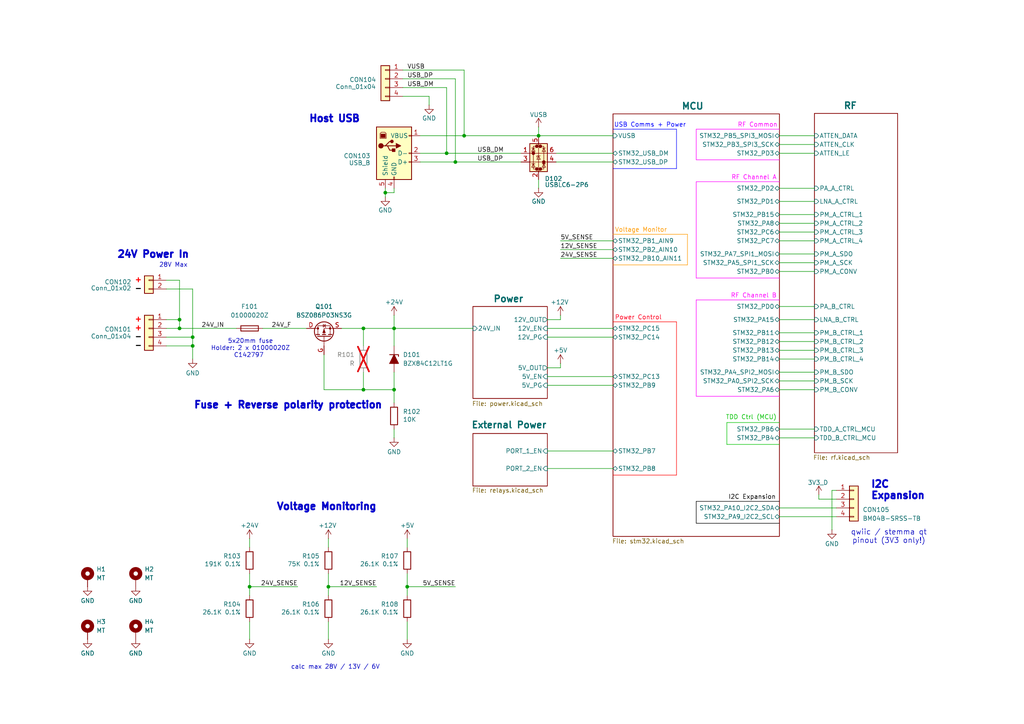
<source format=kicad_sch>
(kicad_sch (version 20231120) (generator "eeschema") (generator_version "8.0")
  (paper "A4")
  (title_block (title "RFE") (date "2024-06-01") (rev "A1") (company "LibreCellular Project - https://librecellular.org/") (comment 1 "Drawn: OK") (comment 2 "Checked: x"))
  (lib_symbols
    (symbol "Connector:USB_B" (pin_names (offset 1.016))
      (property "Reference" "J103" (at -6.858 -0.762 0))
      (property "Value" "USB_B" (at -6.858 -2.794 0))
      (symbol "USB_B_0_1"
        (rectangle (start -5.08 7.62) (end 5.08 -7.62) (stroke (width 0.254)) (fill (type background)))
        (circle (center -3.81 2.159) (radius 0.635) (stroke (width 0.254)) (fill (type outline)))
        (rectangle (start -3.81 5.588) (end -2.54 4.572) (fill (type outline)))
        (circle (center -0.635 3.429) (radius 0.381) (stroke (width 0.254)) (fill (type outline)))
        (rectangle (start -0.127 -7.62) (end 0.127 -6.858))
        (polyline (pts (xy -1.905 2.159) (xy 0.635 2.159)) (stroke (width 0.254)))
        (polyline (pts (xy -3.175 2.159) (xy -2.54 2.159) (xy -1.27 3.429) (xy -0.635 3.429)) (stroke (width 0.254)))
        (polyline (pts (xy -2.54 2.159) (xy -1.905 2.159) (xy -1.27 0.889) (xy 0 0.889)) (stroke (width 0.254)))
        (polyline (pts (xy 0.635 2.794) (xy 0.635 1.524) (xy 1.905 2.159) (xy 0.635 2.794)) (stroke (width 0.254)) (fill (type outline)))
        (polyline (pts (xy -4.064 4.318) (xy -2.286 4.318) (xy -2.286 5.715) (xy -2.667 6.096) (xy -3.683 6.096) (xy -4.064 5.715) (xy -4.064 4.318)))
        (rectangle (start 0.254 1.27) (end -0.508 0.508) (stroke (width 0.254)) (fill (type outline)))
        (rectangle (start 5.08 -2.667) (end 4.318 -2.413))
        (rectangle (start 5.08 -0.127) (end 4.318 0.127))
        (rectangle (start 5.08 4.953) (end 4.318 5.207))
      )
      (symbol "USB_B_1_1"
        (pin power_out line (at 7.62 5.08 180) (length 2.54) (name "VBUS") (number "1"))
        (pin bidirectional line (at 7.62 0 180) (length 2.54) (name "D-") (number "2"))
        (pin bidirectional line (at 7.62 -2.54 180) (length 2.54) (name "D+") (number "3"))
        (pin power_out line (at 0 -10.16 90) (length 2.54) (name "GND") (number "4"))
        (pin passive line (at -2.54 -10.16 90) (length 2.54) (name "Shield") (number "5"))
      )
    )
    (symbol "Connector_Generic:Conn_01x02" (pin_names (offset 1.016) hide)
      (property "Reference" "J" (at 0 2.54 0))
      (property "Value" "Conn_01x02" (at 0 -5.08 0))
      (symbol "Conn_01x02_1_1"
        (rectangle (start -1.27 -2.413) (end 0 -2.667) (stroke (width 0.1524)))
        (rectangle (start -1.27 0.127) (end 0 -0.127) (stroke (width 0.1524)))
        (rectangle (start -1.27 1.27) (end 1.27 -3.81) (stroke (width 0.254)) (fill (type background)))
        (pin passive line (at -5.08 0 0) (length 3.81) (name "Pin_1") (number "1"))
        (pin passive line (at -5.08 -2.54 0) (length 3.81) (name "Pin_2") (number "2"))
      )
    )
    (symbol "Connector_Generic:Conn_01x04" (pin_names (offset 1.016) hide)
      (property "Reference" "J" (at 0 5.08 0))
      (property "Value" "Conn_01x04" (at 0 -7.62 0))
      (symbol "Conn_01x04_1_1"
        (rectangle (start -1.27 -4.953) (end 0 -5.207) (stroke (width 0.1524)))
        (rectangle (start -1.27 -2.413) (end 0 -2.667) (stroke (width 0.1524)))
        (rectangle (start -1.27 0.127) (end 0 -0.127) (stroke (width 0.1524)))
        (rectangle (start -1.27 2.667) (end 0 2.413) (stroke (width 0.1524)))
        (rectangle (start -1.27 3.81) (end 1.27 -6.35) (stroke (width 0.254)) (fill (type background)))
        (pin passive line (at -5.08 2.54 0) (length 3.81) (name "Pin_1") (number "1"))
        (pin passive line (at -5.08 0 0) (length 3.81) (name "Pin_2") (number "2"))
        (pin passive line (at -5.08 -2.54 0) (length 3.81) (name "Pin_3") (number "3"))
        (pin passive line (at -5.08 -5.08 0) (length 3.81) (name "Pin_4") (number "4"))
      )
    )
    (symbol "Device:D_Zener_Filled" (pin_numbers hide) (pin_names (offset 1.016) hide)
      (property "Reference" "D101" (at -1.2701 2.54 90))
      (property "Value" "BZX84C12LT1G" (at 1.2699 2.54 90))
      (symbol "D_Zener_Filled_0_1"
        (polyline (pts (xy 1.27 0) (xy -1.27 0)))
        (polyline (pts (xy -1.27 -1.27) (xy -1.27 1.27) (xy -0.762 1.27)) (stroke (width 0.254)))
        (polyline (pts (xy 1.27 -1.27) (xy 1.27 1.27) (xy -1.27 0) (xy 1.27 -1.27)) (stroke (width 0.254)) (fill (type outline)))
      )
      (symbol "D_Zener_Filled_1_1"
        (pin passive line (at 3.81 0 180) (length 2.54) (name "A") (number "1"))
        (pin passive line (at -3.81 0 0) (length 2.54) (name "K") (number "3"))
      )
    )
    (symbol "Device:Fuse" (pin_numbers hide) (pin_names (offset 0))
      (property "Reference" "F" (at 2.032 0 90))
      (property "Value" "Fuse" (at -1.905 0 90))
      (symbol "Fuse_0_1"
        (rectangle (start -0.762 -2.54) (end 0.762 2.54) (stroke (width 0.254)))
        (polyline (pts (xy 0 2.54) (xy 0 -2.54)))
      )
      (symbol "Fuse_1_1"
        (pin passive line (at 0 3.81 270) (length 1.27) (name "~") (number "1"))
        (pin passive line (at 0 -3.81 90) (length 1.27) (name "~") (number "2"))
      )
    )
    (symbol "Device:Q_PMOS_DGS" (pin_names (offset 0) hide)
      (property "Reference" "Q101" (at 8.89 0 90))
      (property "Value" "BSZ086P03NS3G" (at 6.35 0 90))
      (symbol "Q_PMOS_DGS_0_1"
        (polyline (pts (xy 0.254 0) (xy -2.54 0)))
        (polyline (pts (xy 0.254 1.905) (xy 0.254 -1.905)) (stroke (width 0.254)))
        (polyline (pts (xy 0.762 -1.27) (xy 0.762 -2.286)) (stroke (width 0.254)))
        (polyline (pts (xy 0.762 0.508) (xy 0.762 -0.508)) (stroke (width 0.254)))
        (polyline (pts (xy 0.762 2.286) (xy 0.762 1.27)) (stroke (width 0.254)))
        (polyline (pts (xy 2.54 2.54) (xy 2.54 1.778)))
        (polyline (pts (xy 2.54 -2.54) (xy 2.54 0) (xy 0.762 0)))
        (polyline (pts (xy 0.762 1.778) (xy 3.302 1.778) (xy 3.302 -1.778) (xy 0.762 -1.778)))
        (polyline (pts (xy 2.286 0) (xy 1.27 0.381) (xy 1.27 -0.381) (xy 2.286 0)) (fill (type outline)))
        (polyline (pts (xy 2.794 -0.508) (xy 2.921 -0.381) (xy 3.683 -0.381) (xy 3.81 -0.254)))
        (polyline (pts (xy 3.302 -0.381) (xy 2.921 0.254) (xy 3.683 0.254) (xy 3.302 -0.381)))
        (circle (center 1.651 0) (radius 2.794) (stroke (width 0.254)))
        (circle (center 2.54 -1.778) (radius 0.254) (fill (type outline)))
        (circle (center 2.54 1.778) (radius 0.254) (fill (type outline)))
      )
      (symbol "Q_PMOS_DGS_1_1"
        (pin passive line (at 2.54 5.08 270) (length 2.54) (name "D") (number "D"))
        (pin input line (at -5.08 0 0) (length 2.54) (name "G") (number "G"))
        (pin passive line (at 2.54 -5.08 90) (length 2.54) (name "S") (number "S"))
      )
    )
    (symbol "Device:R" (pin_numbers hide) (pin_names (offset 0))
      (property "Reference" "R" (at 2.032 0 90))
      (property "Value" "R" (at 0 0 90))
      (symbol "R_0_1"
        (rectangle (start -1.016 -2.54) (end 1.016 2.54) (stroke (width 0.254)))
      )
      (symbol "R_1_1"
        (pin passive line (at 0 3.81 270) (length 1.27) (name "~") (number "1"))
        (pin passive line (at 0 -3.81 90) (length 1.27) (name "~") (number "2"))
      )
    )
    (symbol "Mechanical:MountingHole_Pad" (pin_numbers hide) (pin_names (offset 1.016) hide) (exclude_from_sim yes) (in_bom no)
      (property "Reference" "H" (at 0 6.35 0))
      (property "Value" "MountingHole_Pad" (at 0 4.445 0))
      (symbol "MountingHole_Pad_0_1"
        (circle (center 0 1.27) (radius 1.27) (stroke (width 1.27)))
      )
      (symbol "MountingHole_Pad_1_1"
        (pin input line (at 0 -2.54 90) (length 2.54) (name "1") (number "1"))
      )
    )
    (symbol "Power_Protection:USBLC6-2P6" (pin_names hide)
      (property "Reference" "U" (at 0.635 5.715 0))
      (property "Value" "USBLC6-2P6" (at 0.635 3.81 0))
      (symbol "USBLC6-2P6_0_0"
        (circle (center -1.524 0) (radius 0.0001) (stroke (width 0.508)))
        (circle (center -0.508 -4.572) (radius 0.0001) (stroke (width 0.508)))
        (circle (center -0.508 2.032) (radius 0.0001) (stroke (width 0.508)))
        (circle (center 0.508 -4.572) (radius 0.0001) (stroke (width 0.508)))
        (circle (center 0.508 2.032) (radius 0.0001) (stroke (width 0.508)))
        (circle (center 1.524 -2.54) (radius 0.0001) (stroke (width 0.508)))
      )
      (symbol "USBLC6-2P6_0_1"
        (polyline (pts (xy -2.54 -2.54) (xy 2.54 -2.54)))
        (polyline (pts (xy -2.54 0) (xy 2.54 0)))
        (polyline (pts (xy -2.032 -3.048) (xy -1.016 -3.048)))
        (polyline (pts (xy -1.016 1.524) (xy -2.032 1.524)))
        (polyline (pts (xy 1.016 -3.048) (xy 2.032 -3.048)))
        (polyline (pts (xy 1.016 1.524) (xy 2.032 1.524)))
        (polyline (pts (xy -0.508 -1.143) (xy -0.508 -0.762) (xy 0.508 -0.762)))
        (polyline (pts (xy -2.032 0.508) (xy -1.016 0.508) (xy -1.524 1.524) (xy -2.032 0.508)))
        (polyline (pts (xy -1.016 -4.064) (xy -2.032 -4.064) (xy -1.524 -3.048) (xy -1.016 -4.064)))
        (polyline (pts (xy 0.508 -1.778) (xy -0.508 -1.778) (xy 0 -0.762) (xy 0.508 -1.778)))
        (polyline (pts (xy 2.032 -4.064) (xy 1.016 -4.064) (xy 1.524 -3.048) (xy 2.032 -4.064)))
        (polyline (pts (xy 2.032 0.508) (xy 1.016 0.508) (xy 1.524 1.524) (xy 2.032 0.508)))
        (polyline (pts (xy 0 2.54) (xy -0.508 2.032) (xy 0.508 2.032) (xy 0 1.524) (xy 0 -4.064) (xy -0.508 -4.572) (xy 0.508 -4.572) (xy 0 -5.08)))
      )
      (symbol "USBLC6-2P6_1_1"
        (rectangle (start -2.54 2.794) (end 2.54 -5.334) (stroke (width 0.254)) (fill (type background)))
        (polyline (pts (xy -0.508 2.032) (xy -1.524 2.032) (xy -1.524 -4.572) (xy -0.508 -4.572)))
        (polyline (pts (xy 0.508 -4.572) (xy 1.524 -4.572) (xy 1.524 2.032) (xy 0.508 2.032)))
        (pin passive line (at -5.08 0 0) (length 2.54) (name "I/O1") (number "1"))
        (pin passive line (at 0 -7.62 90) (length 2.54) (name "GND") (number "2"))
        (pin passive line (at -5.08 -2.54 0) (length 2.54) (name "I/O2") (number "3"))
        (pin passive line (at 5.08 -2.54 180) (length 2.54) (name "I/O2") (number "4"))
        (pin passive line (at 0 5.08 270) (length 2.54) (name "VBUS") (number "5"))
        (pin passive line (at 5.08 0 180) (length 2.54) (name "I/O1") (number "6"))
      )
    )
    (symbol "power:+12V" (power) (pin_numbers hide) (pin_names (offset 0) hide)
      (property "Value" "+12V" (at 0 3.556 0))
      (symbol "+12V_0_1"
        (polyline (pts (xy -0.762 1.27) (xy 0 2.54)))
        (polyline (pts (xy 0 0) (xy 0 2.54)))
        (polyline (pts (xy 0 2.54) (xy 0.762 1.27)))
      )
      (symbol "+12V_1_1"
        (pin power_in line (at 0 0 90) (length 0) (name "~") (number "1"))
      )
    )
    (symbol "power:+24V" (power) (pin_numbers hide) (pin_names (offset 0) hide)
      (property "Value" "+24V" (at 0 3.556 0))
      (symbol "+24V_0_1"
        (polyline (pts (xy -0.762 1.27) (xy 0 2.54)))
        (polyline (pts (xy 0 0) (xy 0 2.54)))
        (polyline (pts (xy 0 2.54) (xy 0.762 1.27)))
      )
      (symbol "+24V_1_1"
        (pin power_in line (at 0 0 90) (length 0) (name "~") (number "1"))
      )
    )
    (symbol "power:+3V3" (power) (pin_numbers hide) (pin_names (offset 0) hide)
      (property "Value" "+3V3" (at 0 3.556 0))
      (symbol "+3V3_0_1"
        (polyline (pts (xy -0.762 1.27) (xy 0 2.54)))
        (polyline (pts (xy 0 0) (xy 0 2.54)))
        (polyline (pts (xy 0 2.54) (xy 0.762 1.27)))
      )
      (symbol "+3V3_1_1"
        (pin power_in line (at 0 0 90) (length 0) (name "~") (number "1"))
      )
    )
    (symbol "power:+5V" (power) (pin_numbers hide) (pin_names (offset 0) hide)
      (property "Value" "+5V" (at 0 3.556 0))
      (symbol "+5V_0_1"
        (polyline (pts (xy -0.762 1.27) (xy 0 2.54)))
        (polyline (pts (xy 0 0) (xy 0 2.54)))
        (polyline (pts (xy 0 2.54) (xy 0.762 1.27)))
      )
      (symbol "+5V_1_1"
        (pin power_in line (at 0 0 90) (length 0) (name "~") (number "1"))
      )
    )
    (symbol "power:GND" (power) (pin_numbers hide) (pin_names (offset 0) hide)
      (property "Value" "GND" (at 0 -3.81 0))
      (symbol "GND_0_1"
        (polyline (pts (xy 0 0) (xy 0 -1.27) (xy 1.27 -1.27) (xy 0 -2.54) (xy -1.27 -1.27) (xy 0 -1.27)))
      )
      (symbol "GND_1_1"
        (pin power_in line (at 0 0 270) (length 0) (name "~") (number "1"))
      )
    )
    (symbol "power:VBUS" (power) (pin_numbers hide) (pin_names (offset 0) hide)
      (property "Value" "VBUS" (at 0 3.556 0))
      (symbol "VBUS_0_1"
        (polyline (pts (xy -0.762 1.27) (xy 0 2.54)))
        (polyline (pts (xy 0 0) (xy 0 2.54)))
        (polyline (pts (xy 0 2.54) (xy 0.762 1.27)))
      )
      (symbol "VBUS_1_1"
        (pin power_in line (at 0 0 90) (length 0) (name "~") (number "1"))
      )
    )
  )
  (junction (at 52.07 92.71))
  (junction (at 52.07 95.25))
  (junction (at 156.21 39.37))
  (junction (at 134.62 39.37))
  (junction (at 114.3 113.03))
  (junction (at 118.11 170.18))
  (junction (at 105.41 113.03))
  (junction (at 55.88 100.33))
  (junction (at 111.76 55.88))
  (junction (at 129.54 44.45))
  (junction (at 132.08 46.99))
  (junction (at 114.3 95.25))
  (junction (at 72.39 170.18))
  (junction (at 105.41 95.25))
  (junction (at 55.88 97.79))
  (junction (at 95.25 170.18))
  (wire (pts (xy 116.84 25.4) (xy 129.54 25.4)))
  (polyline (pts (xy 201.93 151.765) (xy 201.93 145.415)) (stroke (width 0) (color 0 0 0 1)))
  (wire (pts (xy 162.56 72.39) (xy 177.8 72.39)))
  (polyline (pts (xy 201.93 80.645) (xy 201.93 52.705)) (stroke (width 0) (color 255 0 255 1)))
  (polyline (pts (xy 226.06 114.935) (xy 201.93 114.935)) (stroke (width 0) (color 255 0 255 1)))
  (wire (pts (xy 226.06 124.46) (xy 236.22 124.46)))
  (wire (pts (xy 226.06 78.74) (xy 236.22 78.74)))
  (polyline (pts (xy 226.06 151.765) (xy 201.93 151.765)) (stroke (width 0) (color 0 0 0 1)))
  (wire (pts (xy 158.75 92.71) (xy 162.56 92.71)))
  (polyline (pts (xy 226.06 46.355) (xy 201.93 46.355)) (stroke (width 0) (color 255 0 255 1)))
  (wire (pts (xy 121.92 39.37) (xy 134.62 39.37)))
  (wire (pts (xy 226.06 149.86) (xy 242.57 149.86)))
  (wire (pts (xy 95.25 170.18) (xy 95.25 166.37)))
  (wire (pts (xy 161.29 46.99) (xy 177.8 46.99)))
  (wire (pts (xy 226.06 88.9) (xy 236.22 88.9)))
  (wire (pts (xy 156.21 39.37) (xy 177.8 39.37)))
  (wire (pts (xy 114.3 55.88) (xy 111.76 55.88)))
  (wire (pts (xy 52.07 81.28) (xy 52.07 92.71)))
  (wire (pts (xy 48.26 83.82) (xy 55.88 83.82)))
  (wire (pts (xy 93.98 102.87) (xy 93.98 113.03)))
  (wire (pts (xy 132.08 46.99) (xy 151.13 46.99)))
  (polyline (pts (xy 177.8 93.345) (xy 196.215 93.345)) (stroke (width 0) (color 255 0 0 1)))
  (wire (pts (xy 93.98 113.03) (xy 105.41 113.03)))
  (wire (pts (xy 226.06 104.14) (xy 236.22 104.14)))
  (polyline (pts (xy 201.93 114.935) (xy 201.93 86.995)) (stroke (width 0) (color 255 0 255 1)))
  (wire (pts (xy 158.75 135.89) (xy 177.8 135.89)))
  (wire (pts (xy 55.88 97.79) (xy 55.88 100.33)))
  (wire (pts (xy 226.06 147.32) (xy 242.57 147.32)))
  (polyline (pts (xy 210.82 122.555) (xy 226.06 122.555)) (stroke (width 0) (color 0 194 0 1)))
  (wire (pts (xy 158.75 97.79) (xy 177.8 97.79)))
  (wire (pts (xy 52.07 95.25) (xy 48.26 95.25)))
  (wire (pts (xy 105.41 95.25) (xy 114.3 95.25)))
  (wire (pts (xy 121.92 44.45) (xy 129.54 44.45)))
  (wire (pts (xy 162.56 106.68) (xy 162.56 105.41)))
  (wire (pts (xy 158.75 111.76) (xy 177.8 111.76)))
  (wire (pts (xy 226.06 76.2) (xy 236.22 76.2)))
  (wire (pts (xy 124.46 27.94) (xy 124.46 30.48)))
  (polyline (pts (xy 201.93 52.705) (xy 226.06 52.705)) (stroke (width 0) (color 255 0 255 1)))
  (polyline (pts (xy 201.93 145.415) (xy 226.06 145.415)) (stroke (width 0) (color 0 0 0 1)))
  (wire (pts (xy 158.75 130.81) (xy 177.8 130.81)))
  (wire (pts (xy 226.06 107.95) (xy 236.22 107.95)))
  (wire (pts (xy 158.75 95.25) (xy 177.8 95.25)))
  (wire (pts (xy 226.06 96.52) (xy 236.22 96.52)))
  (wire (pts (xy 226.06 58.42) (xy 236.22 58.42)))
  (wire (pts (xy 52.07 95.25) (xy 68.58 95.25)))
  (wire (pts (xy 116.84 22.86) (xy 132.08 22.86)))
  (wire (pts (xy 226.06 92.71) (xy 236.22 92.71)))
  (wire (pts (xy 121.92 46.99) (xy 132.08 46.99)))
  (wire (pts (xy 99.06 95.25) (xy 105.41 95.25)))
  (wire (pts (xy 88.9 95.25) (xy 76.2 95.25)))
  (wire (pts (xy 118.11 185.42) (xy 118.11 180.34)))
  (polyline (pts (xy 177.8 137.795) (xy 196.215 137.795)) (stroke (width 0) (color 255 0 0 1)))
  (wire (pts (xy 162.56 92.71) (xy 162.56 91.44)))
  (wire (pts (xy 114.3 54.61) (xy 114.3 55.88)))
  (wire (pts (xy 226.06 99.06) (xy 236.22 99.06)))
  (wire (pts (xy 226.06 113.03) (xy 236.22 113.03)))
  (polyline (pts (xy 177.8 76.835) (xy 199.39 76.835)) (stroke (width 0) (color 255 153 0 1)))
  (wire (pts (xy 158.75 106.68) (xy 162.56 106.68)))
  (wire (pts (xy 48.26 97.79) (xy 55.88 97.79)))
  (wire (pts (xy 156.21 52.07) (xy 156.21 54.61)))
  (polyline (pts (xy 226.06 128.905) (xy 210.82 128.905)) (stroke (width 0) (color 0 194 0 1)))
  (wire (pts (xy 95.25 172.72) (xy 95.25 170.18)))
  (polyline (pts (xy 226.06 80.645) (xy 201.93 80.645)) (stroke (width 0) (color 255 0 255 1)))
  (wire (pts (xy 242.57 142.24) (xy 241.3 142.24)))
  (wire (pts (xy 48.26 100.33) (xy 55.88 100.33)))
  (wire (pts (xy 226.06 110.49) (xy 236.22 110.49)))
  (wire (pts (xy 156.21 36.83) (xy 156.21 39.37)))
  (wire (pts (xy 72.39 156.21) (xy 72.39 158.75)))
  (polyline (pts (xy 177.8 37.465) (xy 196.215 37.465)) (stroke (width 0) (color 0 0 255 1)))
  (wire (pts (xy 55.88 83.82) (xy 55.88 97.79)))
  (polyline (pts (xy 196.215 48.895) (xy 196.215 37.465)) (stroke (width 0) (color 0 0 255 1)))
  (wire (pts (xy 226.06 101.6) (xy 236.22 101.6)))
  (wire (pts (xy 111.76 54.61) (xy 111.76 55.88)))
  (wire (pts (xy 226.06 67.31) (xy 236.22 67.31)))
  (wire (pts (xy 226.06 44.45) (xy 236.22 44.45)))
  (wire (pts (xy 226.06 39.37) (xy 236.22 39.37)))
  (wire (pts (xy 162.56 74.93) (xy 177.8 74.93)))
  (wire (pts (xy 118.11 170.18) (xy 132.08 170.18)))
  (wire (pts (xy 129.54 25.4) (xy 129.54 44.45)))
  (wire (pts (xy 95.25 185.42) (xy 95.25 180.34)))
  (wire (pts (xy 114.3 113.03) (xy 114.3 116.84)))
  (polyline (pts (xy 199.39 76.835) (xy 199.39 67.945)) (stroke (width 0) (color 255 153 0 1)))
  (wire (pts (xy 114.3 95.25) (xy 114.3 100.33)))
  (polyline (pts (xy 196.215 137.795) (xy 196.215 93.345)) (stroke (width 0) (color 255 0 0 1)))
  (wire (pts (xy 226.06 127) (xy 236.22 127)))
  (wire (pts (xy 226.06 69.85) (xy 236.22 69.85)))
  (wire (pts (xy 116.84 27.94) (xy 124.46 27.94)))
  (wire (pts (xy 48.26 92.71) (xy 52.07 92.71)))
  (polyline (pts (xy 210.82 128.905) (xy 210.82 122.555)) (stroke (width 0) (color 0 194 0 1)))
  (wire (pts (xy 134.62 39.37) (xy 156.21 39.37)))
  (wire (pts (xy 95.25 170.18) (xy 109.22 170.18)))
  (wire (pts (xy 158.75 109.22) (xy 177.8 109.22)))
  (wire (pts (xy 72.39 172.72) (xy 72.39 170.18)))
  (wire (pts (xy 111.76 55.88) (xy 111.76 57.15)))
  (wire (pts (xy 237.49 144.78) (xy 237.49 143.51)))
  (wire (pts (xy 55.88 100.33) (xy 55.88 104.14)))
  (wire (pts (xy 226.06 73.66) (xy 236.22 73.66)))
  (wire (pts (xy 95.25 156.21) (xy 95.25 158.75)))
  (wire (pts (xy 118.11 170.18) (xy 118.11 166.37)))
  (wire (pts (xy 105.41 100.33) (xy 105.41 95.25)))
  (wire (pts (xy 116.84 20.32) (xy 134.62 20.32)))
  (wire (pts (xy 114.3 124.46) (xy 114.3 127)))
  (wire (pts (xy 118.11 156.21) (xy 118.11 158.75)))
  (wire (pts (xy 129.54 44.45) (xy 151.13 44.45)))
  (wire (pts (xy 237.49 144.78) (xy 242.57 144.78)))
  (polyline (pts (xy 201.93 86.995) (xy 226.06 86.995)) (stroke (width 0) (color 255 0 255 1)))
  (wire (pts (xy 114.3 91.44) (xy 114.3 95.25)))
  (wire (pts (xy 52.07 92.71) (xy 52.07 95.25)))
  (wire (pts (xy 114.3 95.25) (xy 137.16 95.25)))
  (wire (pts (xy 72.39 170.18) (xy 72.39 166.37)))
  (wire (pts (xy 226.06 64.77) (xy 236.22 64.77)))
  (wire (pts (xy 226.06 54.61) (xy 236.22 54.61)))
  (wire (pts (xy 105.41 107.95) (xy 105.41 113.03)))
  (polyline (pts (xy 226.06 37.465) (xy 201.93 37.465)) (stroke (width 0) (color 255 0 255 1)))
  (wire (pts (xy 114.3 107.95) (xy 114.3 113.03)))
  (wire (pts (xy 105.41 113.03) (xy 114.3 113.03)))
  (wire (pts (xy 134.62 20.32) (xy 134.62 39.37)))
  (polyline (pts (xy 177.8 48.895) (xy 196.215 48.895)) (stroke (width 0) (color 0 0 255 1)))
  (wire (pts (xy 72.39 185.42) (xy 72.39 180.34)))
  (wire (pts (xy 118.11 172.72) (xy 118.11 170.18)))
  (wire (pts (xy 226.06 41.91) (xy 236.22 41.91)))
  (wire (pts (xy 241.3 142.24) (xy 241.3 153.67)))
  (wire (pts (xy 161.29 44.45) (xy 177.8 44.45)))
  (wire (pts (xy 132.08 22.86) (xy 132.08 46.99)))
  (wire (pts (xy 162.56 69.85) (xy 177.8 69.85)))
  (polyline (pts (xy 201.93 37.465) (xy 201.93 46.355)) (stroke (width 0) (color 255 0 255 1)))
  (polyline (pts (xy 177.8 67.945) (xy 199.39 67.945)) (stroke (width 0) (color 255 153 0 1)))
  (wire (pts (xy 48.26 81.28) (xy 52.07 81.28)))
  (wire (pts (xy 226.06 62.23) (xy 236.22 62.23)))
  (wire (pts (xy 72.39 170.18) (xy 86.36 170.18)))
  (text "-" (at 40.132 83.82 0) (effects (font (size 1.524 1.524) (bold yes))))
  (text "5x20mm fuse\nHolder: 2 x 01000020Z\nC142797 " (at 72.644 101.092 0) (effects (font (size 1.27 1.27))))
  (text "I2C\nExpansion" (at 252.476 142.24 0) (effects (font (size 2.032 2.032) (thickness 1.524) (bold yes)) (justify left)))
  (text "Voltage Monitor" (at 178.308 66.802 0) (effects (font (size 1.27 1.27)) (justify left)))
  (text "+" (at 40.132 92.71 0) (effects (font (size 1.524 1.524) (bold yes))))
  (text "28V Max" (at 50.292 76.962 0) (effects (font (size 1.27 1.27))))
  (text "calc max 28V / 13V / 6V" (at 97.282 193.548 0) (effects (font (size 1.27 1.27))))
  (text "-" (at 40.132 97.79 0) (effects (font (size 1.524 1.524) (bold yes))))
  (text "TDD Ctrl (MCU)" (at 225.298 121.158 0) (effects (font (size 1.27 1.27)) (justify right)))
  (text "qwiic / stemma qt\npinout (3V3 only!)" (at 257.81 155.702 0) (effects (font (size 1.524 1.524))))
  (text "RF Common" (at 225.552 36.322 0) (effects (font (size 1.27 1.27)) (justify right)))
  (text "Power Control" (at 178.308 92.202 0) (effects (font (size 1.27 1.27)) (justify left)))
  (text "Voltage Monitoring" (at 94.742 147.066 0) (effects (font (size 2.032 2.032) (thickness 1.524) (bold yes))))
  (text "24V Power In" (at 44.45 73.914 0) (effects (font (size 2.032 2.032) (thickness 1.524) (bold yes))))
  (text "+" (at 40.132 95.25 0) (effects (font (size 1.524 1.524) (bold yes))))
  (text "Host USB" (at 97.028 34.544 0) (effects (font (size 2.032 2.032) (thickness 1.524) (bold yes))))
  (text "RF Channel B" (at 225.298 85.852 0) (effects (font (size 1.27 1.27)) (justify right)))
  (text "I2C Expansion" (at 225.044 144.272 0) (effects (font (size 1.27 1.27)) (justify right)))
  (text "-" (at 40.132 100.33 0) (effects (font (size 1.524 1.524) (bold yes))))
  (text "USB Comms + Power" (at 178.054 36.322 0) (effects (font (size 1.27 1.27)) (justify left)))
  (text "+" (at 40.132 81.28 0) (effects (font (size 1.524 1.524) (bold yes))))
  (text "Fuse + Reverse polarity protection" (at 83.566 117.602 0) (effects (font (size 2.032 2.032) (thickness 1.524) (bold yes))))
  (text "RF Channel A" (at 225.298 51.562 0) (effects (font (size 1.27 1.27)) (justify right)))
  (label "24V_SENSE" (at 86.36 170.18 180))
  (label "12V_SENSE" (at 109.22 170.18 180))
  (label "USB_DP" (at 138.43 46.99 0))
  (label "VUSB" (at 118.11 20.32 0))
  (label "24V_F" (at 78.74 95.25 0))
  (label "24V_IN" (at 58.42 95.25 0))
  (label "5V_SENSE" (at 162.56 69.85 0))
  (label "24V_SENSE" (at 162.56 74.93 0))
  (label "USB_DM" (at 118.11 25.4 0))
  (label "5V_SENSE" (at 132.08 170.18 180))
  (label "USB_DP" (at 118.11 22.86 0))
  (label "12V_SENSE" (at 162.56 72.39 0))
  (label "USB_DM" (at 138.43 44.45 0))
  (symbol (lib_id "Connector_Generic:Conn_01x04") (at 247.65 144.78 0) (unit 1)
    (property "Reference" "CON105" (at 250.19 147.828 0) (effects (justify left)))
    (property "Value" "BM04B-SRSS-TB" (at 250.19 150.368 0) (effects (justify left)))
    (property "Footprint" "LC_RFE:BM04B-SRSS-TB" (effects (hide yes)))
    (property "Description" "Generic connector, single row, 01x04, script generated (kicad-library-utils/schlib/autogen/connector/)" (effects (hide yes)))
  )
  (symbol (lib_id "power:GND") (at 39.37 170.18 0) (unit 1)
    (property "Reference" "#PWR0109" (effects (hide yes)))
    (property "Value" "GND" (at 39.37 174.244 0))
    (property "Description" "Power symbol creates a global label with name \"GND\" , ground" (effects (hide yes)))
  )
  (symbol (lib_id "power:+3V3") (at 237.49 143.51 0) (unit 1)
    (property "Reference" "#PWR0110" (effects (hide yes)))
    (property "Value" "3V3_D" (at 237.236 139.954 0))
    (property "Description" "Power symbol creates a global label with name \"+3V3\"" (effects (hide yes)))
  )
  (symbol (lib_id "Mechanical:MountingHole_Pad") (at 39.37 167.64 0) (unit 1) (exclude_from_sim yes) (in_bom no)
    (property "Reference" "H2" (at 41.91 165.0999 0) (effects (justify left)))
    (property "Value" "MT" (at 41.91 167.6399 0) (effects (justify left)))
    (property "Footprint" "MountingHole:MountingHole_3.2mm_M3_Pad_Via" (effects (hide yes)))
    (property "Description" "Mounting Hole with connection" (effects (hide yes)))
  )
  (symbol (lib_id "Connector_Generic:Conn_01x04") (at 43.18 95.25 0) (mirror y) (unit 1)
    (property "Reference" "CON101" (at 38.1 95.504 0) (effects (justify left)))
    (property "Value" "Conn_01x04" (at 38.1 97.536 0) (effects (justify left)))
    (property "Footprint" "LC_RFE:Dorabo_DB2ERC-2.5-4P-GN" (effects (hide yes)))
    (property "Description" "Generic connector, single row, 01x04, script generated (kicad-library-utils/schlib/autogen/connector/)" (effects (hide yes)))
  )
  (symbol (lib_id "Device:D_Zener_Filled") (at 114.3 104.14 270) (unit 1)
    (property "Reference" "D101" (at 116.84 102.8699 90) (effects (justify left)))
    (property "Value" "BZX84C12LT1G" (at 116.84 105.4099 90) (effects (justify left)))
    (property "Footprint" "Package_TO_SOT_SMD:SOT-23" (effects (hide yes)))
    (property "Description" "Zener diode, filled shape" (effects (hide yes)))
    (property "JLCASSY" "C82475" (effects (hide yes)))
  )
  (symbol (lib_id "power:GND") (at 55.88 104.14 0) (unit 1)
    (property "Reference" "#PWR0105" (effects (hide yes)))
    (property "Value" "GND" (at 55.88 108.204 0))
    (property "Description" "Power symbol creates a global label with name \"GND\" , ground" (effects (hide yes)))
  )
  (symbol (lib_id "Mechanical:MountingHole_Pad") (at 39.37 182.88 0) (unit 1) (exclude_from_sim yes) (in_bom no)
    (property "Reference" "H4" (at 41.91 180.3399 0) (effects (justify left)))
    (property "Value" "MT" (at 41.91 182.8799 0) (effects (justify left)))
    (property "Footprint" "MountingHole:MountingHole_3.2mm_M3_Pad_Via" (effects (hide yes)))
    (property "Description" "Mounting Hole with connection" (effects (hide yes)))
  )
  (symbol (lib_id "power:VBUS") (at 156.21 36.83 0) (unit 1)
    (property "Reference" "#PWR0111" (effects (hide yes)))
    (property "Value" "VUSB" (at 156.21 33.274 0))
    (property "Description" "Power symbol creates a global label with name \"VBUS\"" (effects (hide yes)))
  )
  (symbol (lib_id "Device:R") (at 72.39 176.53 0) (mirror y) (unit 1)
    (property "Reference" "R104" (at 69.85 175.2599 0) (effects (justify left)))
    (property "Value" "26.1K 0.1%" (at 69.85 177.546 0) (effects (justify left)))
    (property "Footprint" "Resistor_SMD:R_0402_1005Metric" (effects (hide yes)))
    (property "Description" "Resistor" (effects (hide yes)))
    (property "JLCASSY" "C728557" (effects (hide yes)))
  )
  (symbol (lib_id "power:+5V") (at 118.11 156.21 0) (unit 1)
    (property "Reference" "#PWR07" (effects (hide yes)))
    (property "Value" "+5V" (at 118.11 152.4 0))
    (property "Description" "Power symbol creates a global label with name \"+5V\"" (effects (hide yes)))
  )
  (symbol (lib_id "Connector_Generic:Conn_01x02") (at 43.18 81.28 0) (mirror y) (unit 1)
    (property "Reference" "CON102" (at 38.1 81.788 0) (effects (justify left)))
    (property "Value" "Conn_01x02" (at 38.1 83.566 0) (effects (justify left)))
    (property "Footprint" "Connector_Molex:Molex_KK-396_5273-02A_1x02_P3.96mm_Vertical" (effects (hide yes)))
    (property "Description" "Generic connector, single row, 01x02, script generated (kicad-library-utils/schlib/autogen/connector/)" (effects (hide yes)))
  )
  (symbol (lib_id "Power_Protection:USBLC6-2P6") (at 156.21 44.45 0) (unit 1)
    (property "Reference" "D102" (at 157.988 51.816 0) (effects (justify left)))
    (property "Value" "USBLC6-2P6" (at 157.988 53.594 0) (effects (justify left)))
    (property "Footprint" "LC_RFE:SOT-666" (effects (hide yes)))
    (property "Datasheet" "https://www.st.com/resource/en/datasheet/usblc6-2.pdf" (effects (hide yes)))
    (property "Description" "Very low capacitance ESD protection diode, 2 data-line, SOT-666" (effects (hide yes)))
    (property "JLCASSY" "C15999" (effects (hide yes)))
  )
  (symbol (lib_id "power:GND") (at 95.25 185.42 0) (unit 1)
    (property "Reference" "#PWR06" (effects (hide yes)))
    (property "Value" "GND" (at 95.25 189.484 0))
    (property "Description" "Power symbol creates a global label with name \"GND\" , ground" (effects (hide yes)))
  )
  (symbol (lib_id "Device:Fuse") (at 72.39 95.25 90) (unit 1)
    (property "Reference" "F101" (at 72.39 88.9 90))
    (property "Value" "01000020Z" (at 72.39 91.44 90))
    (property "Footprint" "LC_RFE:Fuseholder_2x_Littelfuse_100_series_5x20mm" (effects (hide yes)))
    (property "Description" "Fuse" (effects (hide yes)))
    (property "JLCASSY" "C142797" (effects (hide yes)))
  )
  (symbol (lib_id "Mechanical:MountingHole_Pad") (at 25.4 167.64 0) (unit 1) (exclude_from_sim yes) (in_bom no)
    (property "Reference" "H1" (at 27.94 165.0999 0) (effects (justify left)))
    (property "Value" "MT" (at 27.94 167.6399 0) (effects (justify left)))
    (property "Footprint" "MountingHole:MountingHole_3.2mm_M3_Pad_Via" (effects (hide yes)))
    (property "Description" "Mounting Hole with connection" (effects (hide yes)))
  )
  (symbol (lib_id "power:GND") (at 118.11 185.42 0) (unit 1)
    (property "Reference" "#PWR08" (effects (hide yes)))
    (property "Value" "GND" (at 118.11 189.484 0))
    (property "Description" "Power symbol creates a global label with name \"GND\" , ground" (effects (hide yes)))
  )
  (symbol (lib_id "power:GND") (at 241.3 153.67 0) (unit 1)
    (property "Reference" "#PWR0103" (effects (hide yes)))
    (property "Value" "GND" (at 241.3 157.734 0))
    (property "Description" "Power symbol creates a global label with name \"GND\" , ground" (effects (hide yes)))
  )
  (symbol (lib_id "power:+12V") (at 162.56 91.44 0) (unit 1)
    (property "Reference" "#PWR0101" (effects (hide yes)))
    (property "Value" "+12V" (at 162.306 87.63 0))
    (property "Description" "Power symbol creates a global label with name \"+12V\"" (effects (hide yes)))
  )
  (symbol (lib_id "power:GND") (at 114.3 127 0) (unit 1)
    (property "Reference" "#PWR0106" (effects (hide yes)))
    (property "Value" "GND" (at 114.3 131.064 0))
    (property "Description" "Power symbol creates a global label with name \"GND\" , ground" (effects (hide yes)))
  )
  (symbol (lib_id "power:GND") (at 124.46 30.48 0) (unit 1)
    (property "Reference" "#PWR09" (effects (hide yes)))
    (property "Value" "GND" (at 124.46 34.29 0))
  )
  (symbol (lib_id "Device:R") (at 118.11 176.53 0) (mirror y) (unit 1)
    (property "Reference" "R108" (at 115.57 175.2599 0) (effects (justify left)))
    (property "Value" "26.1K 0.1%" (at 115.57 177.546 0) (effects (justify left)))
    (property "Footprint" "Resistor_SMD:R_0402_1005Metric" (effects (hide yes)))
    (property "Description" "Resistor" (effects (hide yes)))
    (property "JLCASSY" "C728557" (effects (hide yes)))
  )
  (symbol (lib_id "Device:R") (at 114.3 120.65 0) (unit 1)
    (property "Reference" "R102" (at 116.84 119.3799 0) (effects (justify left)))
    (property "Value" "10K" (at 116.84 121.666 0) (effects (justify left)))
    (property "Footprint" "Resistor_SMD:R_0402_1005Metric" (effects (hide yes)))
    (property "Description" "Resistor" (effects (hide yes)))
    (property "JLCASSY" "C2902636" (effects (hide yes)))
  )
  (symbol (lib_id "power:+24V") (at 72.39 156.21 0) (unit 1)
    (property "Reference" "#PWR03" (effects (hide yes)))
    (property "Value" "+24V" (at 72.39 152.4 0))
    (property "Description" "Power symbol creates a global label with name \"+24V\"" (effects (hide yes)))
  )
  (symbol (lib_id "power:GND") (at 72.39 185.42 0) (unit 1)
    (property "Reference" "#PWR04" (effects (hide yes)))
    (property "Value" "GND" (at 72.39 189.484 0))
    (property "Description" "Power symbol creates a global label with name \"GND\" , ground" (effects (hide yes)))
  )
  (symbol (lib_id "Device:R") (at 118.11 162.56 0) (mirror y) (unit 1)
    (property "Reference" "R107" (at 115.57 161.2899 0) (effects (justify left)))
    (property "Value" "26.1K 0.1%" (at 115.57 163.576 0) (effects (justify left)))
    (property "Footprint" "Resistor_SMD:R_0402_1005Metric" (effects (hide yes)))
    (property "Description" "Resistor" (effects (hide yes)))
    (property "JLCASSY" "C728557" (effects (hide yes)))
  )
  (symbol (lib_id "power:GND") (at 39.37 185.42 0) (unit 1)
    (property "Reference" "#PWR0114" (effects (hide yes)))
    (property "Value" "GND" (at 39.37 189.484 0))
    (property "Description" "Power symbol creates a global label with name \"GND\" , ground" (effects (hide yes)))
  )
  (symbol (lib_id "power:GND") (at 156.21 54.61 0) (unit 1)
    (property "Reference" "#PWR01" (effects (hide yes)))
    (property "Value" "GND" (at 156.21 58.42 0))
  )
  (symbol (lib_id "Device:Q_PMOS_DGS") (at 93.98 97.79 90) (unit 1)
    (property "Reference" "Q101" (at 93.98 88.9 90))
    (property "Value" "BSZ086P03NS3G" (at 93.98 91.44 90))
    (property "Footprint" "LC_RFE:TSDSON-8(3.3x3.3)" (effects (hide yes)))
    (property "Description" "P-MOSFET transistor, drain/gate/source" (effects (hide yes)))
    (property "Sim.Device" "PMOS" (effects (hide yes)))
    (property "Sim.Type" "VDMOS" (effects (hide yes)))
    (property "Sim.Pins" "1=D 2=G 3=S" (effects (hide yes)))
    (property "JLCASSY" "C459171" (effects (hide yes)))
  )
  (symbol (lib_id "Connector:USB_B") (at 114.3 44.45 0) (unit 1)
    (property "Reference" "CON103" (at 107.442 45.212 0) (effects (justify right)))
    (property "Value" "USB_B" (at 107.442 47.244 0) (effects (justify right)))
    (property "Footprint" "LC_RFE:Samtec_USBR-B-S-F-O-TH" (effects (hide yes)))
    (property "Datasheet" " ~" (effects (hide yes)))
    (property "Description" "USB Type B connector" (effects (hide yes)))
  )
  (symbol (lib_id "Mechanical:MountingHole_Pad") (at 25.4 182.88 0) (unit 1) (exclude_from_sim yes) (in_bom no)
    (property "Reference" "H3" (at 27.94 180.3399 0) (effects (justify left)))
    (property "Value" "MT" (at 27.94 182.8799 0) (effects (justify left)))
    (property "Footprint" "MountingHole:MountingHole_3.2mm_M3_Pad_Via" (effects (hide yes)))
    (property "Description" "Mounting Hole with connection" (effects (hide yes)))
  )
  (symbol (lib_id "power:GND") (at 25.4 170.18 0) (unit 1)
    (property "Reference" "#PWR0107" (effects (hide yes)))
    (property "Value" "GND" (at 25.4 174.244 0))
    (property "Description" "Power symbol creates a global label with name \"GND\" , ground" (effects (hide yes)))
  )
  (symbol (lib_id "Device:R") (at 105.41 104.14 0) (mirror y) (unit 1) (dnp yes)
    (property "Reference" "R101" (at 102.87 102.8699 0) (effects (justify left)))
    (property "Value" "R" (at 102.87 105.4099 0) (effects (justify left)))
    (property "Footprint" "Resistor_SMD:R_0402_1005Metric" (effects (hide yes)))
    (property "Description" "Resistor" (effects (hide yes)))
  )
  (symbol (lib_id "power:+24V") (at 114.3 91.44 0) (unit 1)
    (property "Reference" "#PWR0104" (effects (hide yes)))
    (property "Value" "+24V" (at 114.3 87.63 0))
    (property "Description" "Power symbol creates a global label with name \"+24V\"" (effects (hide yes)))
  )
  (symbol (lib_id "power:+12V") (at 95.25 156.21 0) (unit 1)
    (property "Reference" "#PWR05" (effects (hide yes)))
    (property "Value" "+12V" (at 94.996 152.4 0))
    (property "Description" "Power symbol creates a global label with name \"+12V\"" (effects (hide yes)))
  )
  (symbol (lib_id "Device:R") (at 95.25 176.53 0) (mirror y) (unit 1)
    (property "Reference" "R106" (at 92.71 175.2599 0) (effects (justify left)))
    (property "Value" "26.1K 0.1%" (at 92.71 177.546 0) (effects (justify left)))
    (property "Footprint" "Resistor_SMD:R_0402_1005Metric" (effects (hide yes)))
    (property "Description" "Resistor" (effects (hide yes)))
    (property "JLCASSY" "C728557" (effects (hide yes)))
  )
  (symbol (lib_id "power:GND") (at 111.76 57.15 0) (unit 1)
    (property "Reference" "#PWR0102" (effects (hide yes)))
    (property "Value" "GND" (at 111.76 60.96 0))
  )
  (symbol (lib_id "Connector_Generic:Conn_01x04") (at 111.76 22.86 0) (mirror y) (unit 1)
    (property "Reference" "CON104" (at 101.346 23.114 0) (effects (justify right)))
    (property "Value" "Conn_01x04" (at 97.282 25.146 0) (effects (justify right)))
    (property "Footprint" "Connector_Molex:Molex_KK-254_AE-6410-04A_1x04_P2.54mm_Vertical" (effects (hide yes)))
    (property "Description" "Generic connector, single row, 01x04, script generated (kicad-library-utils/schlib/autogen/connector/)" (effects (hide yes)))
  )
  (symbol (lib_id "power:GND") (at 25.4 185.42 0) (unit 1)
    (property "Reference" "#PWR0112" (effects (hide yes)))
    (property "Value" "GND" (at 25.4 189.484 0))
    (property "Description" "Power symbol creates a global label with name \"GND\" , ground" (effects (hide yes)))
  )
  (symbol (lib_id "Device:R") (at 95.25 162.56 0) (mirror y) (unit 1)
    (property "Reference" "R105" (at 92.71 161.2899 0) (effects (justify left)))
    (property "Value" "75K 0.1%" (at 92.71 163.576 0) (effects (justify left)))
    (property "Footprint" "Resistor_SMD:R_0402_1005Metric" (effects (hide yes)))
    (property "Description" "Resistor" (effects (hide yes)))
    (property "JLCASSY" "C319479" (effects (hide yes)))
  )
  (symbol (lib_id "Device:R") (at 72.39 162.56 0) (mirror y) (unit 1)
    (property "Reference" "R103" (at 69.85 161.2899 0) (effects (justify left)))
    (property "Value" "191K 0.1%" (at 69.85 163.576 0) (effects (justify left)))
    (property "Footprint" "Resistor_SMD:R_0402_1005Metric" (effects (hide yes)))
    (property "Description" "Resistor" (effects (hide yes)))
    (property "JLCASSY" "C2441163" (effects (hide yes)))
  )
  (symbol (lib_id "power:+5V") (at 162.56 105.41 0) (unit 1)
    (property "Reference" "#PWR0108" (effects (hide yes)))
    (property "Value" "+5V" (at 162.56 101.6 0))
    (property "Description" "Power symbol creates a global label with name \"+5V\"" (effects (hide yes)))
  )
  (sheet (at 177.8 33.02) (size 48.26 122.555) (stroke (width 0.1524))
    (property "Sheetname" "MCU" (at 197.612 31.877 0) (effects (font (size 1.905 1.905) (bold yes)) (justify left bottom)))
    (property "Sheetfile" "stm32.kicad_sch" (at 177.546 156.21 0) (effects (justify left top)))
    (pin "STM32_USB_DM" bidirectional (at 177.8 44.45 180))
    (pin "STM32_USB_DP" bidirectional (at 177.8 46.99 180))
    (pin "VUSB" input (at 177.8 39.37 180))
    (pin "STM32_PB1_AIN9" bidirectional (at 177.8 69.85 180))
    (pin "STM32_PB10_AIN11" bidirectional (at 177.8 74.93 180))
    (pin "STM32_PB2_AIN10" bidirectional (at 177.8 72.39 180))
    (pin "STM32_PB9" bidirectional (at 177.8 111.76 180))
    (pin "STM32_PC13" bidirectional (at 177.8 109.22 180))
    (pin "STM32_PC14" bidirectional (at 177.8 97.79 180))
    (pin "STM32_PC15" bidirectional (at 177.8 95.25 180))
    (pin "STM32_PB8" bidirectional (at 177.8 135.89 180))
    (pin "STM32_PB7" bidirectional (at 177.8 130.81 180))
    (pin "STM32_PA0_SPI2_SCK" bidirectional (at 226.06 110.49 0))
    (pin "STM32_PA4_SPI2_MOSI" bidirectional (at 226.06 107.95 0))
    (pin "STM32_PA5_SPI1_SCK" bidirectional (at 226.06 76.2 0))
    (pin "STM32_PA7_SPI1_MOSI" bidirectional (at 226.06 73.66 0))
    (pin "STM32_PB3_SPI3_SCK" bidirectional (at 226.06 41.91 0))
    (pin "STM32_PB5_SPI3_MOSI" bidirectional (at 226.06 39.37 0))
    (pin "STM32_PB4" bidirectional (at 226.06 127 0))
    (pin "STM32_PB6" bidirectional (at 226.06 124.46 0))
    (pin "STM32_PA15" bidirectional (at 226.06 92.71 0))
    (pin "STM32_PD2" bidirectional (at 226.06 54.61 0))
    (pin "STM32_PD1" bidirectional (at 226.06 58.42 0))
    (pin "STM32_PD0" bidirectional (at 226.06 88.9 0))
    (pin "STM32_PA6" bidirectional (at 226.06 113.03 0))
    (pin "STM32_PA9_I2C2_SCL" bidirectional (at 226.06 149.86 0))
    (pin "STM32_PA10_I2C2_SDA" bidirectional (at 226.06 147.32 0))
    (pin "STM32_PA8" bidirectional (at 226.06 64.77 0))
    (pin "STM32_PD3" bidirectional (at 226.06 44.45 0))
    (pin "STM32_PC6" bidirectional (at 226.06 67.31 0))
    (pin "STM32_PB14" bidirectional (at 226.06 104.14 0))
    (pin "STM32_PB11" bidirectional (at 226.06 96.52 0))
    (pin "STM32_PB12" bidirectional (at 226.06 99.06 0))
    (pin "STM32_PB13" bidirectional (at 226.06 101.6 0))
    (pin "STM32_PB15" bidirectional (at 226.06 62.23 0))
    (pin "STM32_PB0" bidirectional (at 226.06 78.74 0))
    (pin "STM32_PC7" bidirectional (at 226.06 69.85 0))
  )
  (sheet (at 236.22 32.893) (size 24.13 98.425) (stroke (width 0.1524))
    (property "Sheetname" "RF" (at 244.602 31.75 0) (effects (font (size 1.905 1.905) (bold yes)) (justify left bottom)))
    (property "Sheetfile" "rf.kicad_sch" (at 235.839 131.953 0) (effects (justify left top)))
    (pin "ATTEN_DATA" input (at 236.22 39.37 180))
    (pin "LNA_A_CTRL" input (at 236.22 58.42 180))
    (pin "PM_A_SDO" input (at 236.22 73.66 180))
    (pin "PM_A_SCK" input (at 236.22 76.2 180))
    (pin "PA_A_CTRL" input (at 236.22 54.61 180))
    (pin "PM_A_CONV" input (at 236.22 78.74 180))
    (pin "PM_A_CTRL_1" input (at 236.22 62.23 180))
    (pin "PM_A_CTRL_2" input (at 236.22 64.77 180))
    (pin "PM_A_CTRL_3" input (at 236.22 67.31 180))
    (pin "ATTEN_CLK" input (at 236.22 41.91 180))
    (pin "ATTEN_LE" input (at 236.22 44.45 180))
    (pin "LNA_B_CTRL" input (at 236.22 92.71 180))
    (pin "PA_B_CTRL" input (at 236.22 88.9 180))
    (pin "PM_B_CONV" input (at 236.22 113.03 180))
    (pin "PM_B_SCK" input (at 236.22 110.49 180))
    (pin "PM_B_SDO" input (at 236.22 107.95 180))
    (pin "PM_B_CTRL_2" input (at 236.22 99.06 180))
    (pin "PM_B_CTRL_1" input (at 236.22 96.52 180))
    (pin "PM_B_CTRL_3" input (at 236.22 101.6 180))
    (pin "PM_B_CTRL_4" input (at 236.22 104.14 180))
    (pin "PM_A_CTRL_4" input (at 236.22 69.85 180))
    (pin "TDD_A_CTRL_MCU" input (at 236.22 124.46 180))
    (pin "TDD_B_CTRL_MCU" input (at 236.22 127 180))
  )
  (sheet (at 137.16 125.73) (size 21.59 15.24) (stroke (width 0.1524))
    (property "Sheetname" "External Power" (at 136.652 124.333 0) (effects (font (size 1.905 1.905) (bold yes)) (justify left bottom)))
    (property "Sheetfile" "relays.kicad_sch" (at 136.906 141.478 0) (effects (justify left top)))
    (pin "PORT_2_EN" input (at 158.75 135.89 0))
    (pin "PORT_1_EN" input (at 158.75 130.81 0))
  )
  (sheet (at 137.16 88.9) (size 21.59 26.67) (stroke (width 0.1524))
    (property "Sheetname" "Power" (at 143.002 87.757 0) (effects (font (size 1.905 1.905) (bold yes)) (justify left bottom)))
    (property "Sheetfile" "power.kicad_sch" (at 136.906 116.332 0) (effects (justify left top)))
    (pin "12V_EN" input (at 158.75 95.25 0))
    (pin "12V_PG" input (at 158.75 97.79 0))
    (pin "24V_IN" input (at 137.16 95.25 180))
    (pin "5V_EN" input (at 158.75 109.22 0))
    (pin "5V_PG" input (at 158.75 111.76 0))
    (pin "12V_OUT" output (at 158.75 92.71 0))
    (pin "5V_OUT" output (at 158.75 106.68 0))
  )
)
</source>
